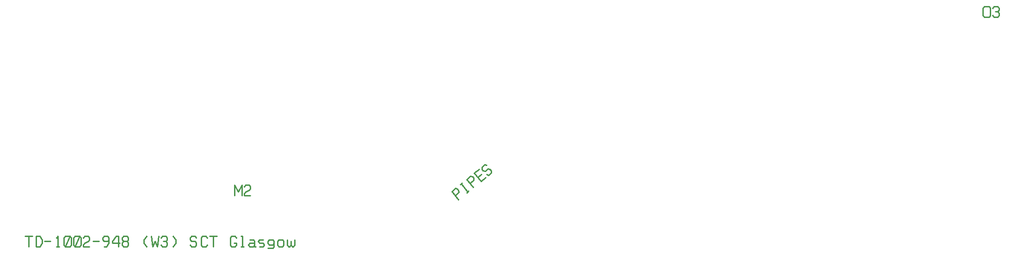
<source format=gbr>
*
G4_C Author: OrCAD GerbTool(tm) 8.1.1 Wed Jun 18 21:18:24 2003*
%LPD*%
%LNsilkscreen*%
%FSLAX34Y34*%
%MOIN*%
%AD*%
%AMD25R98*
20,1,0.025000,0.000000,-0.035000,0.000000,0.035000,98.600000*
%
%AMD10R98*
20,1,0.050000,-0.025000,0.000000,0.025000,0.000000,98.600000*
%
%AMD25R98N2*
20,1,0.025000,0.000000,-0.035000,0.000000,0.035000,98.600000*
%
%AMD10R98N2*
20,1,0.050000,-0.025000,0.000000,0.025000,0.000000,98.600000*
%
%AMD25R86*
20,1,0.025000,0.000000,-0.035000,0.000000,0.035000,86.080000*
%
%AMD10R86*
20,1,0.050000,-0.025000,0.000000,0.025000,0.000000,86.080000*
%
%AMD16R5*
20,1,0.025000,-0.035000,0.000000,0.035000,0.000000,5.450000*
%
%AMD10R5*
20,1,0.050000,-0.025000,0.000000,0.025000,0.000000,5.450000*
%
%AMD16R5N2*
20,1,0.025000,-0.035000,0.000000,0.035000,0.000000,5.450000*
%
%AMD10R5N2*
20,1,0.050000,-0.025000,0.000000,0.025000,0.000000,5.450000*
%
%AMD32R3*
20,1,0.025000,0.034920,-0.002390,-0.034920,0.002390,3.950000*
%
%AMD33R3*
20,1,0.050000,-0.001710,-0.024940,0.001710,0.024940,3.950000*
%
%AMD32R3N2*
20,1,0.025000,0.034920,-0.002390,-0.034920,0.002390,3.910000*
%
%AMD33R3N2*
20,1,0.050000,-0.001710,-0.024940,0.001710,0.024940,3.910000*
%
%AMD32R3N3*
20,1,0.025000,0.034920,-0.002390,-0.034920,0.002390,3.920000*
%
%AMD33R3N3*
20,1,0.050000,-0.001710,-0.024940,0.001710,0.024940,3.920000*
%
%AMD29R85*
20,1,0.022000,0.000000,-0.040000,0.000000,0.040000,85.000000*
%
%AMD54R85*
20,1,0.050000,-0.025000,0.000000,0.025000,0.000000,85.000000*
%
%AMD29R80*
20,1,0.022000,0.000000,-0.040000,0.000000,0.040000,80.000000*
%
%AMD54R80*
20,1,0.050000,-0.025000,0.000000,0.025000,0.000000,80.000000*
%
%ADD10R,0.050000X0.050000*%
%ADD11C,0.006000*%
%ADD12C,0.019000*%
%ADD13C,0.007900*%
%ADD14C,0.005000*%
%ADD15C,0.000800*%
%ADD16R,0.070000X0.025000*%
%ADD17R,0.068000X0.023000*%
%ADD18C,0.006000*%
%ADD19C,0.009800*%
%ADD20C,0.010000*%
%ADD21C,0.030000*%
%ADD22C,0.060000*%
%ADD23C,0.035000*%
%ADD24C,0.055000*%
%ADD25R,0.025000X0.070000*%
%ADD26C,0.010000*%
%ADD27R,0.029000X0.058000*%
%ADD28R,0.031000X0.060000*%
%ADD29R,0.022000X0.080000*%
%ADD30R,0.024000X0.082000*%
%ADD31D10R98N2*%
%ADD32D25R86*%
%ADD33D10R86*%
%ADD34D16R5*%
%ADD35D10R5*%
%ADD36D16R5N2*%
%ADD37D10R5N2*%
%ADD38D25R98N2*%
%ADD39D10R98N2*%
%ADD40D25R86*%
%ADD41D10R86*%
%ADD42D16R5*%
%ADD43D10R5*%
%ADD44D16R5N2*%
%ADD45D10R5N2*%
%ADD46D32R3*%
%ADD47D33R3*%
%ADD48R,0.070000X0.025000*%
%ADD49D33R3N2*%
%ADD50C,0.011000*%
%ADD51C,0.036000*%
%ADD52C,0.015000*%
%ADD53R,0.070000X0.025000*%
%ADD54R,0.050000X0.050000*%
%ADD55C,0.010000*%
%ADD56D29R85*%
%ADD57D54R85*%
%ADD58D29R80*%
%ADD59D54R80*%
%ADD256R,0.058000X0.029000*%
%ADD257R,0.080000X0.022000*%
G4_C OrCAD GerbTool Tool List *
G4_D50 1 0.0110 T 0 0*
G4_D51 3 0.0360 T 0 0*
G4_D52 2 0.0150 T 0 0*
G54D20*
G1X13137Y5457D2*
G1X13137Y4707D1*
G1X12875Y5457D2*
G1X13400Y5457D1*
G1X13925Y5457D2*
G1X14100Y5207D1*
G1X14100Y4957D1*
G1X13925Y4707D1*
G1X13662Y5457D2*
G1X13662Y4707D1*
G1X13662Y5457D2*
G1X13925Y5457D1*
G1X13925Y4707D2*
G1X13662Y4707D1*
G1X14275Y5082D2*
G1X14712Y5082D1*
G1X15237Y5457D2*
G1X15237Y4707D1*
G1X15150Y4707D2*
G1X15325Y4707D1*
G1X15237Y5457D2*
G1X15150Y5332D1*
G1X15762Y5457D2*
G1X16112Y5457D1*
G1X16200Y5332D1*
G1X16200Y4832D1*
G1X16112Y4707D1*
G1X15762Y4707D1*
G1X15675Y4832D1*
G1X15675Y5332D1*
G1X15762Y5457D1*
G1X16112Y5457D2*
G1X15762Y4707D1*
G1X16462Y5457D2*
G1X16812Y5457D1*
G1X16900Y5332D1*
G1X16900Y4832D1*
G1X16812Y4707D1*
G1X16462Y4707D1*
G1X16375Y4832D1*
G1X16375Y5332D1*
G1X16462Y5457D1*
G1X16812Y5457D2*
G1X16462Y4707D1*
G1X17075Y5332D2*
G1X17162Y5457D1*
G1X17425Y5457D1*
G1X17512Y5332D1*
G1X17512Y5207D1*
G1X17425Y5082D1*
G1X17162Y4957D1*
G1X17075Y4832D1*
G1X17075Y4707D1*
G1X17512Y4707D1*
G1X17775Y5082D2*
G1X18212Y5082D1*
G1X18825Y5082D2*
G1X18562Y5082D1*
G1X18475Y5207D1*
G1X18475Y5332D1*
G1X18562Y5457D1*
G1X18825Y5457D1*
G1X18912Y5332D1*
G1X18912Y4957D1*
G1X18737Y4707D1*
G1X18562Y4707D1*
G1X18825Y5082D2*
G1X18912Y5207D1*
G1X19437Y5457D2*
G1X19612Y5457D1*
G1X19612Y4707D1*
G1X19437Y5457D2*
G1X19175Y5082D1*
G1X19175Y4957D1*
G1X19700Y4957D1*
G1X19962Y5457D2*
G1X20225Y5457D1*
G1X20312Y5332D1*
G1X20312Y5207D1*
G1X20225Y5082D1*
G1X20312Y4957D1*
G1X20312Y4832D1*
G1X20225Y4707D1*
G1X19962Y4707D1*
G1X19875Y4832D1*
G1X19875Y4957D1*
G1X19962Y5082D1*
G1X19875Y5207D1*
G1X19875Y5332D1*
G1X19962Y5457D1*
G1X19962Y5082D2*
G1X20225Y5082D1*
G1X21625Y5457D2*
G1X21450Y5207D1*
G1X21450Y4957D1*
G1X21625Y4707D1*
G1X21975Y5457D2*
G1X22062Y4707D1*
G1X22237Y5082D1*
G1X22412Y4707D1*
G1X22500Y5457D1*
G1X22675Y5332D2*
G1X22762Y5457D1*
G1X23025Y5457D1*
G1X23112Y5332D1*
G1X23112Y5207D1*
G1X23025Y5082D1*
G1X22850Y5082D1*
G1X23025Y5082D2*
G1X23112Y4957D1*
G1X23112Y4832D1*
G1X23025Y4707D1*
G1X22762Y4707D1*
G1X22675Y4832D1*
G1X23550Y5457D2*
G1X23725Y5207D1*
G1X23725Y4957D1*
G1X23550Y4707D1*
G1X25212Y5332D2*
G1X25125Y5457D1*
G1X24862Y5457D1*
G1X24775Y5332D1*
G1X24775Y5207D1*
G1X25212Y4957D2*
G1X25212Y4832D1*
G1X25125Y4707D1*
G1X24862Y4707D1*
G1X24775Y4832D1*
G1X24775Y5207D2*
G1X24862Y5082D1*
G1X25125Y5082D1*
G1X25212Y4957D1*
G1X26000Y5332D2*
G1X25912Y5457D1*
G1X25650Y5457D1*
G1X25650Y4707D2*
G1X25912Y4707D1*
G1X26000Y4832D1*
G1X25562Y5332D2*
G1X25562Y4832D1*
G1X25650Y5457D2*
G1X25562Y5332D1*
G1X25562Y4832D2*
G1X25650Y4707D1*
G1X26437Y5457D2*
G1X26437Y4707D1*
G1X26175Y5457D2*
G1X26700Y5457D1*
G1X28100Y5332D2*
G1X28012Y5457D1*
G1X27750Y5457D1*
G1X28100Y4957D2*
G1X27925Y4957D1*
G1X27750Y5457D2*
G1X27662Y5332D1*
G1X27662Y4832D1*
G1X27750Y4707D1*
G1X28100Y4957D2*
G1X28100Y4832D1*
G1X28012Y4707D1*
G1X27750Y4707D1*
G1X28537Y5457D2*
G1X28537Y4707D1*
G1X28537Y5457D2*
G1X28450Y5457D1*
G1X28450Y4707D2*
G1X28625Y4707D1*
G1X29062Y5207D2*
G1X29325Y5207D1*
G1X29412Y5082D1*
G1X29412Y4707D1*
G1X29500Y4707D1*
G1X29062Y4957D2*
G1X28975Y4832D1*
G1X29062Y4707D1*
G1X29062Y4957D2*
G1X29412Y4957D1*
G1X29412Y4832D2*
G1X29325Y4707D1*
G1X29062Y4707D1*
G1X29762Y5207D2*
G1X29675Y5082D1*
G1X29762Y4957D1*
G1X30025Y4957D1*
G1X30112Y4832D1*
G1X30025Y4707D1*
G1X29762Y5207D2*
G1X30025Y5207D1*
G1X29762Y4707D2*
G1X30025Y4707D1*
G1X30462Y5207D2*
G1X30375Y5082D1*
G1X30375Y4957D1*
G1X30462Y4832D1*
G1X30725Y4582D2*
G1X30375Y4582D1*
G1X30812Y4707D2*
G1X30725Y4582D1*
G1X30462Y4832D2*
G1X30725Y4832D1*
G1X30812Y4957D1*
G1X30462Y5207D2*
G1X30725Y5207D1*
G1X30812Y5082D1*
G1X30812Y4707D1*
G1X31162Y5207D2*
G1X31425Y5207D1*
G1X31512Y5082D1*
G1X31512Y4832D1*
G1X31425Y4707D1*
G1X31162Y4707D1*
G1X31075Y4832D1*
G1X31075Y5082D1*
G1X31162Y5207D1*
G1X31775Y5207D2*
G1X31775Y4832D1*
G1X31862Y4707D1*
G1X31950Y4707D1*
G1X32037Y4832D1*
G1X32037Y5082D1*
G1X32037Y4832D2*
G1X32125Y4707D1*
G1X32212Y4707D1*
G1X32300Y4832D1*
G1X32300Y5207D1*
G1X82003Y22057D2*
G1X81916Y21932D1*
G1X81916Y21432D1*
G1X82003Y21307D1*
G1X82353Y21307D1*
G1X82441Y21432D1*
G1X82441Y21932D1*
G1X82353Y22057D1*
G1X82003Y22057D1*
G1X82616Y21932D2*
G1X82703Y22057D1*
G1X82966Y22057D1*
G1X83053Y21932D1*
G1X83053Y21807D1*
G1X82966Y21682D1*
G1X82791Y21682D1*
G1X82966Y21682D2*
G1X83053Y21557D1*
G1X83053Y21432D1*
G1X82966Y21307D1*
G1X82703Y21307D1*
G1X82616Y21432D1*
G1X28501Y8403D2*
G1X28501Y9153D1*
G1X27976Y9153D2*
G1X27976Y8403D1*
G1X27976Y9153D2*
G1X28239Y8653D1*
G1X28501Y9153D1*
G1X28676Y9028D2*
G1X28764Y9153D1*
G1X29026Y9153D1*
G1X29114Y9028D1*
G1X29114Y8903D1*
G1X29026Y8778D1*
G1X28764Y8653D1*
G1X28676Y8528D1*
G1X28676Y8403D1*
G1X29114Y8403D1*
G1X43890Y8912D2*
G1X44036Y8870D1*
G1X44115Y8773D1*
G1X44126Y8621D1*
G1X43618Y8692D2*
G1X44090Y8109D1*
G1X43890Y8912D2*
G1X43618Y8692D1*
G1X44126Y8621D2*
G1X43854Y8400D1*
G1X44298Y9243D2*
G1X44770Y8660D1*
G1X44230Y9187D2*
G1X44366Y9298D1*
G1X44838Y8715D2*
G1X44702Y8605D1*
G1X44978Y9793D2*
G1X45124Y9751D1*
G1X45203Y9654D1*
G1X45214Y9502D1*
G1X44706Y9573D2*
G1X45178Y8990D1*
G1X44978Y9793D2*
G1X44706Y9573D1*
G1X45214Y9502D2*
G1X44942Y9281D1*
G1X45250Y10013D2*
G1X45722Y9431D1*
G1X45250Y10013D2*
G1X45590Y10289D1*
G1X45722Y9431D2*
G1X46062Y9706D1*
G1X45486Y9722D2*
G1X45758Y9942D1*
G1X46144Y10577D2*
G1X45998Y10619D1*
G1X45794Y10454D1*
G1X45804Y10302D1*
G1X45883Y10205D1*
G1X46380Y10286D2*
G1X46459Y10189D1*
G1X46470Y10036D1*
G1X46266Y9871D1*
G1X46119Y9913D1*
G1X45883Y10205D2*
G1X46030Y10163D1*
G1X46234Y10328D1*
G1X46380Y10286D1*
M2*

</source>
